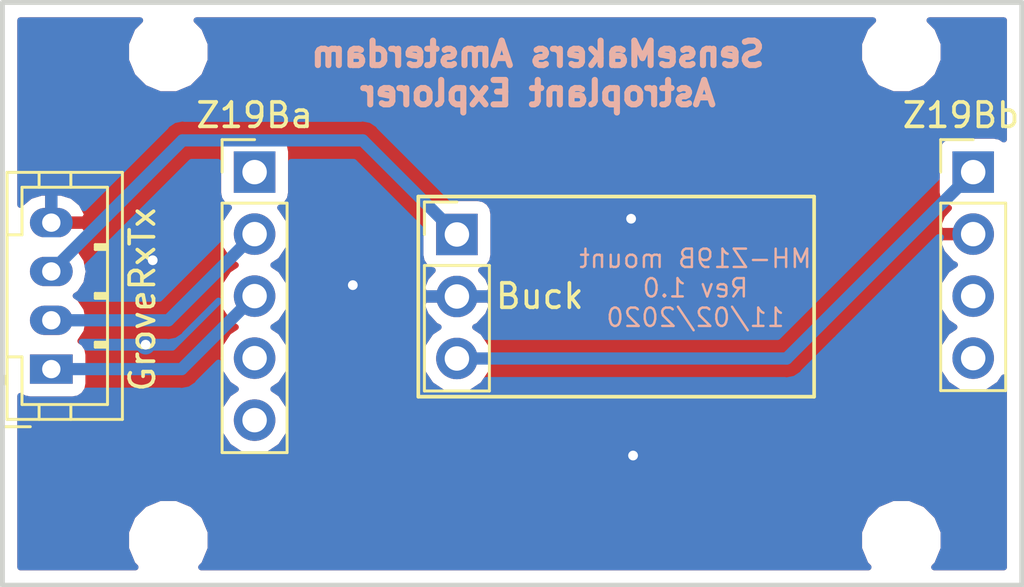
<source format=kicad_pcb>
(kicad_pcb (version 20171130) (host pcbnew "(5.0.0)")

  (general
    (thickness 1.6)
    (drawings 10)
    (tracks 16)
    (zones 0)
    (modules 8)
    (nets 6)
  )

  (page A4)
  (title_block
    (title "MH-Z19B mount")
    (date 2020-02-11)
    (rev 1.0)
    (company "SenseMakers Amsterdam")
    (comment 1 "Author: Gijs Mos")
    (comment 4 sensemakersams.org)
  )

  (layers
    (0 F.Cu signal hide)
    (31 B.Cu signal)
    (32 B.Adhes user hide)
    (33 F.Adhes user hide)
    (34 B.Paste user hide)
    (35 F.Paste user hide)
    (36 B.SilkS user hide)
    (37 F.SilkS user)
    (38 B.Mask user)
    (39 F.Mask user)
    (40 Dwgs.User user hide)
    (41 Cmts.User user hide)
    (42 Eco1.User user hide)
    (43 Eco2.User user hide)
    (44 Edge.Cuts user)
    (45 Margin user hide)
    (46 B.CrtYd user hide)
    (47 F.CrtYd user hide)
    (48 B.Fab user hide)
    (49 F.Fab user hide)
  )

  (setup
    (last_trace_width 0.25)
    (trace_clearance 0.2)
    (zone_clearance 0.508)
    (zone_45_only no)
    (trace_min 0.2)
    (segment_width 0.15)
    (edge_width 0.15)
    (via_size 0.8)
    (via_drill 0.4)
    (via_min_size 0.4)
    (via_min_drill 0.3)
    (uvia_size 0.3)
    (uvia_drill 0.1)
    (uvias_allowed no)
    (uvia_min_size 0.2)
    (uvia_min_drill 0.1)
    (pcb_text_width 0.3)
    (pcb_text_size 1.5 1.5)
    (mod_edge_width 0.15)
    (mod_text_size 1 1)
    (mod_text_width 0.15)
    (pad_size 1.2 1.75)
    (pad_drill 0.75)
    (pad_to_mask_clearance 0.2)
    (aux_axis_origin 0 0)
    (visible_elements 7FFFFFFF)
    (pcbplotparams
      (layerselection 0x010f0_ffffffff)
      (usegerberextensions false)
      (usegerberattributes false)
      (usegerberadvancedattributes false)
      (creategerberjobfile false)
      (excludeedgelayer true)
      (linewidth 0.200000)
      (plotframeref false)
      (viasonmask false)
      (mode 1)
      (useauxorigin false)
      (hpglpennumber 1)
      (hpglpenspeed 20)
      (hpglpendiameter 15.000000)
      (psnegative false)
      (psa4output false)
      (plotreference true)
      (plotvalue true)
      (plotinvisibletext false)
      (padsonsilk false)
      (subtractmaskfromsilk false)
      (outputformat 1)
      (mirror false)
      (drillshape 0)
      (scaleselection 1)
      (outputdirectory "gerber_Z19B_1.0/"))
  )

  (net 0 "")
  (net 1 /V3.3)
  (net 2 /Gnd)
  (net 3 /V5)
  (net 4 /RxTx)
  (net 5 /TxRx)

  (net_class Default "This is the default net class."
    (clearance 0.2)
    (trace_width 0.25)
    (via_dia 0.8)
    (via_drill 0.4)
    (uvia_dia 0.3)
    (uvia_drill 0.1)
    (add_net /Gnd)
    (add_net /RxTx)
    (add_net /TxRx)
    (add_net /V3.3)
    (add_net /V5)
  )

  (module Connector_PinHeader_2.54mm:PinHeader_1x03_P2.54mm_Vertical locked (layer F.Cu) (tedit 5E41EBEB) (tstamp 5E4E2D1C)
    (at 134.88 71.855)
    (descr "Through hole straight pin header, 1x03, 2.54mm pitch, single row")
    (tags "Through hole pin header THT 1x03 2.54mm single row")
    (path /5E41D57E)
    (fp_text reference Buck (at 3.39 2.525) (layer F.SilkS)
      (effects (font (size 1 1) (thickness 0.15)))
    )
    (fp_text value Buck (at 0.12 -2.63) (layer F.Fab)
      (effects (font (size 1 1) (thickness 0.15)))
    )
    (fp_line (start -0.635 -1.27) (end 1.27 -1.27) (layer F.Fab) (width 0.1))
    (fp_line (start 1.27 -1.27) (end 1.27 6.35) (layer F.Fab) (width 0.1))
    (fp_line (start 1.27 6.35) (end -1.27 6.35) (layer F.Fab) (width 0.1))
    (fp_line (start -1.27 6.35) (end -1.27 -0.635) (layer F.Fab) (width 0.1))
    (fp_line (start -1.27 -0.635) (end -0.635 -1.27) (layer F.Fab) (width 0.1))
    (fp_line (start -1.33 6.41) (end 1.33 6.41) (layer F.SilkS) (width 0.12))
    (fp_line (start -1.33 1.27) (end -1.33 6.41) (layer F.SilkS) (width 0.12))
    (fp_line (start 1.33 1.27) (end 1.33 6.41) (layer F.SilkS) (width 0.12))
    (fp_line (start -1.33 1.27) (end 1.33 1.27) (layer F.SilkS) (width 0.12))
    (fp_line (start -1.33 0) (end -1.33 -1.33) (layer F.SilkS) (width 0.12))
    (fp_line (start -1.33 -1.33) (end 0 -1.33) (layer F.SilkS) (width 0.12))
    (fp_line (start -1.8 -1.8) (end -1.8 6.85) (layer F.CrtYd) (width 0.05))
    (fp_line (start -1.8 6.85) (end 1.8 6.85) (layer F.CrtYd) (width 0.05))
    (fp_line (start 1.8 6.85) (end 1.8 -1.8) (layer F.CrtYd) (width 0.05))
    (fp_line (start 1.8 -1.8) (end -1.8 -1.8) (layer F.CrtYd) (width 0.05))
    (fp_text user %R (at 2.17 2.155 90) (layer F.Fab)
      (effects (font (size 1 1) (thickness 0.15)))
    )
    (pad 1 thru_hole rect (at 0 0) (size 1.7 1.7) (drill 1) (layers *.Cu *.Mask)
      (net 1 /V3.3))
    (pad 2 thru_hole oval (at 0 2.54) (size 1.7 1.7) (drill 1) (layers *.Cu *.Mask)
      (net 2 /Gnd))
    (pad 3 thru_hole oval (at 0 5.08) (size 1.7 1.7) (drill 1) (layers *.Cu *.Mask)
      (net 3 /V5))
    (model ${KISYS3DMOD}/Connector_PinHeader_2.54mm.3dshapes/PinHeader_1x03_P2.54mm_Vertical.wrl
      (at (xyz 0 0 0))
      (scale (xyz 1 1 1))
      (rotate (xyz 0 0 0))
    )
  )

  (module Connector_PinHeader_2.54mm:PinHeader_1x05_P2.54mm_Vertical locked (layer F.Cu) (tedit 5E41EBA9) (tstamp 5E4E2426)
    (at 126.6 69.3)
    (descr "Through hole straight pin header, 1x05, 2.54mm pitch, single row")
    (tags "Through hole pin header THT 1x05 2.54mm single row")
    (path /5E41D6C0)
    (fp_text reference Z19Ba (at 0 -2.33) (layer F.SilkS)
      (effects (font (size 1 1) (thickness 0.15)))
    )
    (fp_text value Z19B-C1 (at 5.65 11.38) (layer F.Fab)
      (effects (font (size 1 1) (thickness 0.15)))
    )
    (fp_line (start -0.635 -1.27) (end 1.27 -1.27) (layer F.Fab) (width 0.1))
    (fp_line (start 1.27 -1.27) (end 1.27 11.43) (layer F.Fab) (width 0.1))
    (fp_line (start 1.27 11.43) (end -1.27 11.43) (layer F.Fab) (width 0.1))
    (fp_line (start -1.27 11.43) (end -1.27 -0.635) (layer F.Fab) (width 0.1))
    (fp_line (start -1.27 -0.635) (end -0.635 -1.27) (layer F.Fab) (width 0.1))
    (fp_line (start -1.33 11.49) (end 1.33 11.49) (layer F.SilkS) (width 0.12))
    (fp_line (start -1.33 1.27) (end -1.33 11.49) (layer F.SilkS) (width 0.12))
    (fp_line (start 1.33 1.27) (end 1.33 11.49) (layer F.SilkS) (width 0.12))
    (fp_line (start -1.33 1.27) (end 1.33 1.27) (layer F.SilkS) (width 0.12))
    (fp_line (start -1.33 0) (end -1.33 -1.33) (layer F.SilkS) (width 0.12))
    (fp_line (start -1.33 -1.33) (end 0 -1.33) (layer F.SilkS) (width 0.12))
    (fp_line (start -1.8 -1.8) (end -1.8 11.95) (layer F.CrtYd) (width 0.05))
    (fp_line (start -1.8 11.95) (end 1.8 11.95) (layer F.CrtYd) (width 0.05))
    (fp_line (start 1.8 11.95) (end 1.8 -1.8) (layer F.CrtYd) (width 0.05))
    (fp_line (start 1.8 -1.8) (end -1.8 -1.8) (layer F.CrtYd) (width 0.05))
    (fp_text user %R (at 0 5.08 90) (layer F.Fab)
      (effects (font (size 1 1) (thickness 0.15)))
    )
    (pad 1 thru_hole rect (at 0 0) (size 1.7 1.7) (drill 1) (layers *.Cu *.Mask))
    (pad 2 thru_hole oval (at 0 2.54) (size 1.7 1.7) (drill 1) (layers *.Cu *.Mask)
      (net 4 /RxTx))
    (pad 3 thru_hole oval (at 0 5.08) (size 1.7 1.7) (drill 1) (layers *.Cu *.Mask)
      (net 5 /TxRx))
    (pad 4 thru_hole oval (at 0 7.62) (size 1.7 1.7) (drill 1) (layers *.Cu *.Mask))
    (pad 5 thru_hole oval (at 0 10.16) (size 1.7 1.7) (drill 1) (layers *.Cu *.Mask))
    (model ${KISYS3DMOD}/Connector_PinHeader_2.54mm.3dshapes/PinHeader_1x05_P2.54mm_Vertical.wrl
      (at (xyz 0 0 0))
      (scale (xyz 1 1 1))
      (rotate (xyz 0 0 0))
    )
  )

  (module Connector_JST:JST_PH_B4B-PH-K_1x04_P2.00mm_Vertical (layer F.Cu) (tedit 5E41EB7A) (tstamp 5E4E245A)
    (at 118.28 77.37 90)
    (descr "JST PH series connector, B4B-PH-K (http://www.jst-mfg.com/product/pdf/eng/ePH.pdf), generated with kicad-footprint-generator")
    (tags "connector JST PH side entry")
    (path /5E41D81D)
    (fp_text reference GroveRxTx (at 2.85 3.73 270) (layer F.SilkS)
      (effects (font (size 1 1) (thickness 0.15)))
    )
    (fp_text value GroveSer (at 9.06 1.73 180) (layer F.Fab)
      (effects (font (size 1 1) (thickness 0.15)))
    )
    (fp_line (start -2.06 -1.81) (end -2.06 2.91) (layer F.SilkS) (width 0.12))
    (fp_line (start -2.06 2.91) (end 8.06 2.91) (layer F.SilkS) (width 0.12))
    (fp_line (start 8.06 2.91) (end 8.06 -1.81) (layer F.SilkS) (width 0.12))
    (fp_line (start 8.06 -1.81) (end -2.06 -1.81) (layer F.SilkS) (width 0.12))
    (fp_line (start -0.3 -1.81) (end -0.3 -2.01) (layer F.SilkS) (width 0.12))
    (fp_line (start -0.3 -2.01) (end -0.6 -2.01) (layer F.SilkS) (width 0.12))
    (fp_line (start -0.6 -2.01) (end -0.6 -1.81) (layer F.SilkS) (width 0.12))
    (fp_line (start -0.3 -1.91) (end -0.6 -1.91) (layer F.SilkS) (width 0.12))
    (fp_line (start 0.5 -1.81) (end 0.5 -1.2) (layer F.SilkS) (width 0.12))
    (fp_line (start 0.5 -1.2) (end -1.45 -1.2) (layer F.SilkS) (width 0.12))
    (fp_line (start -1.45 -1.2) (end -1.45 2.3) (layer F.SilkS) (width 0.12))
    (fp_line (start -1.45 2.3) (end 7.45 2.3) (layer F.SilkS) (width 0.12))
    (fp_line (start 7.45 2.3) (end 7.45 -1.2) (layer F.SilkS) (width 0.12))
    (fp_line (start 7.45 -1.2) (end 5.5 -1.2) (layer F.SilkS) (width 0.12))
    (fp_line (start 5.5 -1.2) (end 5.5 -1.81) (layer F.SilkS) (width 0.12))
    (fp_line (start -2.06 -0.5) (end -1.45 -0.5) (layer F.SilkS) (width 0.12))
    (fp_line (start -2.06 0.8) (end -1.45 0.8) (layer F.SilkS) (width 0.12))
    (fp_line (start 8.06 -0.5) (end 7.45 -0.5) (layer F.SilkS) (width 0.12))
    (fp_line (start 8.06 0.8) (end 7.45 0.8) (layer F.SilkS) (width 0.12))
    (fp_line (start 0.9 2.3) (end 0.9 1.8) (layer F.SilkS) (width 0.12))
    (fp_line (start 0.9 1.8) (end 1.1 1.8) (layer F.SilkS) (width 0.12))
    (fp_line (start 1.1 1.8) (end 1.1 2.3) (layer F.SilkS) (width 0.12))
    (fp_line (start 1 2.3) (end 1 1.8) (layer F.SilkS) (width 0.12))
    (fp_line (start 2.9 2.3) (end 2.9 1.8) (layer F.SilkS) (width 0.12))
    (fp_line (start 2.9 1.8) (end 3.1 1.8) (layer F.SilkS) (width 0.12))
    (fp_line (start 3.1 1.8) (end 3.1 2.3) (layer F.SilkS) (width 0.12))
    (fp_line (start 3 2.3) (end 3 1.8) (layer F.SilkS) (width 0.12))
    (fp_line (start 4.9 2.3) (end 4.9 1.8) (layer F.SilkS) (width 0.12))
    (fp_line (start 4.9 1.8) (end 5.1 1.8) (layer F.SilkS) (width 0.12))
    (fp_line (start 5.1 1.8) (end 5.1 2.3) (layer F.SilkS) (width 0.12))
    (fp_line (start 5 2.3) (end 5 1.8) (layer F.SilkS) (width 0.12))
    (fp_line (start -1.11 -2.11) (end -2.36 -2.11) (layer F.SilkS) (width 0.12))
    (fp_line (start -2.36 -2.11) (end -2.36 -0.86) (layer F.SilkS) (width 0.12))
    (fp_line (start -1.11 -2.11) (end -2.36 -2.11) (layer F.Fab) (width 0.1))
    (fp_line (start -2.36 -2.11) (end -2.36 -0.86) (layer F.Fab) (width 0.1))
    (fp_line (start -1.95 -1.7) (end -1.95 2.8) (layer F.Fab) (width 0.1))
    (fp_line (start -1.95 2.8) (end 7.95 2.8) (layer F.Fab) (width 0.1))
    (fp_line (start 7.95 2.8) (end 7.95 -1.7) (layer F.Fab) (width 0.1))
    (fp_line (start 7.95 -1.7) (end -1.95 -1.7) (layer F.Fab) (width 0.1))
    (fp_line (start -2.45 -2.2) (end -2.45 3.3) (layer F.CrtYd) (width 0.05))
    (fp_line (start -2.45 3.3) (end 8.45 3.3) (layer F.CrtYd) (width 0.05))
    (fp_line (start 8.45 3.3) (end 8.45 -2.2) (layer F.CrtYd) (width 0.05))
    (fp_line (start 8.45 -2.2) (end -2.45 -2.2) (layer F.CrtYd) (width 0.05))
    (fp_text user %R (at 3.2 3.95 90) (layer F.Fab)
      (effects (font (size 1 1) (thickness 0.15)))
    )
    (pad 1 thru_hole rect (at 0 0 90) (size 1.2 1.75) (drill 0.75) (layers *.Cu *.Mask)
      (net 5 /TxRx))
    (pad 2 thru_hole oval (at 2 0 90) (size 1.2 1.75) (drill 0.75) (layers *.Cu *.Mask)
      (net 4 /RxTx))
    (pad 3 thru_hole oval (at 4 0 90) (size 1.2 1.75) (drill 0.75) (layers *.Cu *.Mask)
      (net 1 /V3.3))
    (pad 4 thru_hole oval (at 6 0 90) (size 1.2 1.75) (drill 0.75) (layers *.Cu *.Mask)
      (net 2 /Gnd))
    (model ${KISYS3DMOD}/Connector_JST.3dshapes/JST_PH_B4B-PH-K_1x04_P2.00mm_Vertical.wrl
      (at (xyz 0 0 0))
      (scale (xyz 1 1 1))
      (rotate (xyz 0 0 0))
    )
  )

  (module Connector_PinHeader_2.54mm:PinHeader_1x04_P2.54mm_Vertical locked (layer F.Cu) (tedit 5E41EBB3) (tstamp 5E4E29C3)
    (at 156.01 69.3)
    (descr "Through hole straight pin header, 1x04, 2.54mm pitch, single row")
    (tags "Through hole pin header THT 1x04 2.54mm single row")
    (path /5E41D3FB)
    (fp_text reference Z19Bb (at -0.5 -2.33) (layer F.SilkS)
      (effects (font (size 1 1) (thickness 0.15)))
    )
    (fp_text value Z19B-C2 (at -5.42 -1.02) (layer F.Fab)
      (effects (font (size 1 1) (thickness 0.15)))
    )
    (fp_line (start -0.635 -1.27) (end 1.27 -1.27) (layer F.Fab) (width 0.1))
    (fp_line (start 1.27 -1.27) (end 1.27 8.89) (layer F.Fab) (width 0.1))
    (fp_line (start 1.27 8.89) (end -1.27 8.89) (layer F.Fab) (width 0.1))
    (fp_line (start -1.27 8.89) (end -1.27 -0.635) (layer F.Fab) (width 0.1))
    (fp_line (start -1.27 -0.635) (end -0.635 -1.27) (layer F.Fab) (width 0.1))
    (fp_line (start -1.33 8.95) (end 1.33 8.95) (layer F.SilkS) (width 0.12))
    (fp_line (start -1.33 1.27) (end -1.33 8.95) (layer F.SilkS) (width 0.12))
    (fp_line (start 1.33 1.27) (end 1.33 8.95) (layer F.SilkS) (width 0.12))
    (fp_line (start -1.33 1.27) (end 1.33 1.27) (layer F.SilkS) (width 0.12))
    (fp_line (start -1.33 0) (end -1.33 -1.33) (layer F.SilkS) (width 0.12))
    (fp_line (start -1.33 -1.33) (end 0 -1.33) (layer F.SilkS) (width 0.12))
    (fp_line (start -1.8 -1.8) (end -1.8 9.4) (layer F.CrtYd) (width 0.05))
    (fp_line (start -1.8 9.4) (end 1.8 9.4) (layer F.CrtYd) (width 0.05))
    (fp_line (start 1.8 9.4) (end 1.8 -1.8) (layer F.CrtYd) (width 0.05))
    (fp_line (start 1.8 -1.8) (end -1.8 -1.8) (layer F.CrtYd) (width 0.05))
    (fp_text user %R (at 0 3.81 90) (layer F.Fab)
      (effects (font (size 1 1) (thickness 0.15)))
    )
    (pad 1 thru_hole rect (at 0 0) (size 1.7 1.7) (drill 1) (layers *.Cu *.Mask)
      (net 3 /V5))
    (pad 2 thru_hole oval (at 0 2.54) (size 1.7 1.7) (drill 1) (layers *.Cu *.Mask)
      (net 2 /Gnd))
    (pad 3 thru_hole oval (at 0 5.08) (size 1.7 1.7) (drill 1) (layers *.Cu *.Mask))
    (pad 4 thru_hole oval (at 0 7.62) (size 1.7 1.7) (drill 1) (layers *.Cu *.Mask))
    (model ${KISYS3DMOD}/Connector_PinHeader_2.54mm.3dshapes/PinHeader_1x04_P2.54mm_Vertical.wrl
      (at (xyz 0 0 0))
      (scale (xyz 1 1 1))
      (rotate (xyz 0 0 0))
    )
  )

  (module MountingHole:MountingHole_2.2mm_M2 locked (layer F.Cu) (tedit 5E41EECC) (tstamp 5E4E247A)
    (at 153.05 84.22)
    (descr "Mounting Hole 2.2mm, no annular, M2")
    (tags "mounting hole 2.2mm no annular m2")
    (path /5E41CE43)
    (attr virtual)
    (fp_text reference MH1 (at -3.12 -0.93) (layer F.SilkS) hide
      (effects (font (size 1 1) (thickness 0.15)))
    )
    (fp_text value MountingHole (at 0 3.2) (layer F.Fab)
      (effects (font (size 1 1) (thickness 0.15)))
    )
    (fp_text user %R (at 0.3 0) (layer F.Fab) hide
      (effects (font (size 1 1) (thickness 0.15)))
    )
    (fp_circle (center 0 0) (end 2.2 0) (layer Cmts.User) (width 0.15))
    (fp_circle (center 0 0) (end 2.45 0) (layer F.CrtYd) (width 0.05))
    (pad "" np_thru_hole circle (at 0.02 0.16) (size 2.2 2.2) (drill 2.2) (layers *.Cu *.Mask))
  )

  (module MountingHole:MountingHole_2.2mm_M2 locked (layer F.Cu) (tedit 5E41EEB2) (tstamp 5E4E2482)
    (at 153.01 64.35)
    (descr "Mounting Hole 2.2mm, no annular, M2")
    (tags "mounting hole 2.2mm no annular m2")
    (path /5E41D011)
    (attr virtual)
    (fp_text reference MH2 (at -3.15 1.06) (layer F.SilkS) hide
      (effects (font (size 1 1) (thickness 0.15)))
    )
    (fp_text value MountingHole (at 0.02 -2.9) (layer F.Fab)
      (effects (font (size 1 1) (thickness 0.15)))
    )
    (fp_circle (center 0 0) (end 2.45 0) (layer F.CrtYd) (width 0.05))
    (fp_circle (center 0 0) (end 2.2 0) (layer Cmts.User) (width 0.15))
    (fp_text user %R (at 0.3 0) (layer F.Fab) hide
      (effects (font (size 1 1) (thickness 0.15)))
    )
    (pad "" np_thru_hole circle (at 0.06 0.03) (size 2.2 2.2) (drill 2.2) (layers *.Cu *.Mask))
  )

  (module MountingHole:MountingHole_2.2mm_M2 locked (layer F.Cu) (tedit 5E41EEC6) (tstamp 5E4E248A)
    (at 123.11 84.37)
    (descr "Mounting Hole 2.2mm, no annular, M2")
    (tags "mounting hole 2.2mm no annular m2")
    (path /5E41D0DF)
    (attr virtual)
    (fp_text reference MH3 (at 2.93 -1.01) (layer F.SilkS) hide
      (effects (font (size 1 1) (thickness 0.15)))
    )
    (fp_text value MountingHole (at 0 3.2) (layer F.Fab)
      (effects (font (size 1 1) (thickness 0.15)))
    )
    (fp_text user %R (at 0.3 0) (layer F.Fab) hide
      (effects (font (size 1 1) (thickness 0.15)))
    )
    (fp_circle (center 0 0) (end 2.2 0) (layer Cmts.User) (width 0.15))
    (fp_circle (center 0 0) (end 2.45 0) (layer F.CrtYd) (width 0.05))
    (pad "" np_thru_hole circle (at -0.04 0.01) (size 2.2 2.2) (drill 2.2) (layers *.Cu *.Mask))
  )

  (module MountingHole:MountingHole_2.2mm_M2 locked (layer F.Cu) (tedit 5E41EEBB) (tstamp 5E4E2492)
    (at 123.05 64.35)
    (descr "Mounting Hole 2.2mm, no annular, M2")
    (tags "mounting hole 2.2mm no annular m2")
    (path /5E41D1C3)
    (attr virtual)
    (fp_text reference MH4 (at 3.35 0.99) (layer F.SilkS) hide
      (effects (font (size 1 1) (thickness 0.15)))
    )
    (fp_text value MountingHole (at -0.02 -3.03) (layer F.Fab)
      (effects (font (size 1 1) (thickness 0.15)))
    )
    (fp_circle (center 0 0) (end 2.45 0) (layer F.CrtYd) (width 0.05))
    (fp_circle (center 0 0) (end 2.2 0) (layer Cmts.User) (width 0.15))
    (fp_text user %R (at 0.3 0) (layer F.Fab) hide
      (effects (font (size 1 1) (thickness 0.15)))
    )
    (pad "" np_thru_hole circle (at 0.02 0.03) (size 2.2 2.2) (drill 2.2) (layers *.Cu *.Mask))
  )

  (gr_line (start 149.5 78.5) (end 133.3 78.5) (layer F.SilkS) (width 0.15))
  (gr_line (start 149.5 70.3) (end 149.5 78.5) (layer F.SilkS) (width 0.15))
  (gr_line (start 133.3 70.3) (end 149.5 70.3) (layer F.SilkS) (width 0.15))
  (gr_line (start 133.3 78.5) (end 133.3 70.3) (layer F.SilkS) (width 0.15))
  (gr_text "MH-Z19B mount\nRev 1.0\n11/02/2020" (at 144.64 74.05) (layer B.SilkS)
    (effects (font (size 0.75 0.75) (thickness 0.1)) (justify mirror))
  )
  (gr_text "SenseMakers Amsterdam\nAstroplant Explorer" (at 138.19 65.27) (layer B.SilkS)
    (effects (font (size 1 1) (thickness 0.25)) (justify mirror))
  )
  (gr_line (start 116.28 86.22) (end 158 86.22) (layer Edge.Cuts) (width 0.2) (tstamp 5E4E2D88))
  (gr_line (start 116.28 86.22) (end 116.28 62.42) (layer Edge.Cuts) (width 0.2))
  (gr_line (start 158 62.35) (end 158 86.22) (layer Edge.Cuts) (width 0.2))
  (gr_line (start 116.28 62.35) (end 158 62.35) (layer Edge.Cuts) (width 0.2))

  (segment (start 131.024999 67.999999) (end 134.88 71.855) (width 0.5) (layer B.Cu) (net 1))
  (segment (start 123.650001 67.999999) (end 131.024999 67.999999) (width 0.5) (layer B.Cu) (net 1))
  (segment (start 118.28 73.37) (end 123.650001 67.999999) (width 0.5) (layer B.Cu) (net 1))
  (via (at 122.43 72.91) (size 0.8) (drill 0.4) (layers F.Cu B.Cu) (net 2))
  (via (at 142.01 71.21) (size 0.8) (drill 0.4) (layers F.Cu B.Cu) (net 2))
  (via (at 142.09 80.91) (size 0.8) (drill 0.4) (layers F.Cu B.Cu) (net 2))
  (via (at 130.62 73.93) (size 0.8) (drill 0.4) (layers F.Cu B.Cu) (net 2))
  (via (at 122.14 76.37) (size 0.8) (drill 0.4) (layers F.Cu B.Cu) (net 2))
  (segment (start 149.9 75.58) (end 149.88 75.6) (width 0.25) (layer B.Cu) (net 3))
  (segment (start 149.9 75.54) (end 149.9 75.58) (width 0.25) (layer B.Cu) (net 3))
  (segment (start 148.375 76.935) (end 156.01 69.3) (width 0.5) (layer B.Cu) (net 3))
  (segment (start 134.88 76.935) (end 148.375 76.935) (width 0.5) (layer B.Cu) (net 3))
  (segment (start 123.07 75.37) (end 126.6 71.84) (width 0.5) (layer B.Cu) (net 4))
  (segment (start 118.28 75.37) (end 123.07 75.37) (width 0.5) (layer B.Cu) (net 4))
  (segment (start 123.61 77.37) (end 126.6 74.38) (width 0.5) (layer B.Cu) (net 5))
  (segment (start 118.28 77.37) (end 123.61 77.37) (width 0.5) (layer B.Cu) (net 5))

  (zone (net 2) (net_name /Gnd) (layer F.Cu) (tstamp 5E41F8FC) (hatch edge 0.508)
    (connect_pads (clearance 0.508))
    (min_thickness 0.254)
    (fill yes (arc_segments 16) (thermal_gap 0.508) (thermal_bridge_width 0.508))
    (polygon
      (pts
        (xy 116.36 62.46) (xy 157.9 62.46) (xy 157.88 86.13) (xy 116.4 86.17) (xy 116.42 86.17)
      )
    )
    (filled_polygon
      (pts
        (xy 121.599138 63.397201) (xy 121.335 64.034887) (xy 121.335 64.725113) (xy 121.599138 65.362799) (xy 122.087201 65.850862)
        (xy 122.724887 66.115) (xy 123.415113 66.115) (xy 124.052799 65.850862) (xy 124.540862 65.362799) (xy 124.805 64.725113)
        (xy 124.805 64.034887) (xy 124.540862 63.397201) (xy 124.228661 63.085) (xy 151.911339 63.085) (xy 151.599138 63.397201)
        (xy 151.335 64.034887) (xy 151.335 64.725113) (xy 151.599138 65.362799) (xy 152.087201 65.850862) (xy 152.724887 66.115)
        (xy 153.415113 66.115) (xy 154.052799 65.850862) (xy 154.540862 65.362799) (xy 154.805 64.725113) (xy 154.805 64.034887)
        (xy 154.540862 63.397201) (xy 154.228661 63.085) (xy 157.265 63.085) (xy 157.265 67.956905) (xy 157.107765 67.851843)
        (xy 156.86 67.80256) (xy 155.16 67.80256) (xy 154.912235 67.851843) (xy 154.702191 67.992191) (xy 154.561843 68.202235)
        (xy 154.51256 68.45) (xy 154.51256 70.15) (xy 154.561843 70.397765) (xy 154.702191 70.607809) (xy 154.912235 70.748157)
        (xy 155.015708 70.768739) (xy 154.738355 71.073076) (xy 154.568524 71.48311) (xy 154.689845 71.713) (xy 155.883 71.713)
        (xy 155.883 71.693) (xy 156.137 71.693) (xy 156.137 71.713) (xy 156.157 71.713) (xy 156.157 71.967)
        (xy 156.137 71.967) (xy 156.137 71.987) (xy 155.883 71.987) (xy 155.883 71.967) (xy 154.689845 71.967)
        (xy 154.568524 72.19689) (xy 154.738355 72.606924) (xy 155.128642 73.035183) (xy 155.258478 73.096157) (xy 154.939375 73.309375)
        (xy 154.611161 73.800582) (xy 154.495908 74.38) (xy 154.611161 74.959418) (xy 154.939375 75.450625) (xy 155.237761 75.65)
        (xy 154.939375 75.849375) (xy 154.611161 76.340582) (xy 154.495908 76.92) (xy 154.611161 77.499418) (xy 154.939375 77.990625)
        (xy 155.430582 78.318839) (xy 155.863744 78.405) (xy 156.156256 78.405) (xy 156.589418 78.318839) (xy 157.080625 77.990625)
        (xy 157.265001 77.714687) (xy 157.265001 85.485) (xy 154.418661 85.485) (xy 154.540862 85.362799) (xy 154.805 84.725113)
        (xy 154.805 84.034887) (xy 154.540862 83.397201) (xy 154.052799 82.909138) (xy 153.415113 82.645) (xy 152.724887 82.645)
        (xy 152.087201 82.909138) (xy 151.599138 83.397201) (xy 151.335 84.034887) (xy 151.335 84.725113) (xy 151.599138 85.362799)
        (xy 151.721339 85.485) (xy 124.418661 85.485) (xy 124.540862 85.362799) (xy 124.805 84.725113) (xy 124.805 84.034887)
        (xy 124.540862 83.397201) (xy 124.052799 82.909138) (xy 123.415113 82.645) (xy 122.724887 82.645) (xy 122.087201 82.909138)
        (xy 121.599138 83.397201) (xy 121.335 84.034887) (xy 121.335 84.725113) (xy 121.599138 85.362799) (xy 121.721339 85.485)
        (xy 117.015 85.485) (xy 117.015 78.473118) (xy 117.157235 78.568157) (xy 117.405 78.61744) (xy 119.155 78.61744)
        (xy 119.402765 78.568157) (xy 119.612809 78.427809) (xy 119.753157 78.217765) (xy 119.80244 77.97) (xy 119.80244 76.77)
        (xy 119.753157 76.522235) (xy 119.612809 76.312191) (xy 119.473131 76.21886) (xy 119.718344 75.851873) (xy 119.814195 75.37)
        (xy 119.718344 74.888127) (xy 119.445385 74.479615) (xy 119.281335 74.37) (xy 119.445385 74.260385) (xy 119.718344 73.851873)
        (xy 119.814195 73.37) (xy 119.718344 72.888127) (xy 119.445385 72.479615) (xy 119.267615 72.360833) (xy 119.51808 72.153474)
        (xy 119.683906 71.84) (xy 125.085908 71.84) (xy 125.201161 72.419418) (xy 125.529375 72.910625) (xy 125.827761 73.11)
        (xy 125.529375 73.309375) (xy 125.201161 73.800582) (xy 125.085908 74.38) (xy 125.201161 74.959418) (xy 125.529375 75.450625)
        (xy 125.827761 75.65) (xy 125.529375 75.849375) (xy 125.201161 76.340582) (xy 125.085908 76.92) (xy 125.201161 77.499418)
        (xy 125.529375 77.990625) (xy 125.827761 78.19) (xy 125.529375 78.389375) (xy 125.201161 78.880582) (xy 125.085908 79.46)
        (xy 125.201161 80.039418) (xy 125.529375 80.530625) (xy 126.020582 80.858839) (xy 126.453744 80.945) (xy 126.746256 80.945)
        (xy 127.179418 80.858839) (xy 127.670625 80.530625) (xy 127.998839 80.039418) (xy 128.114092 79.46) (xy 127.998839 78.880582)
        (xy 127.670625 78.389375) (xy 127.372239 78.19) (xy 127.670625 77.990625) (xy 127.998839 77.499418) (xy 128.111108 76.935)
        (xy 133.365908 76.935) (xy 133.481161 77.514418) (xy 133.809375 78.005625) (xy 134.300582 78.333839) (xy 134.733744 78.42)
        (xy 135.026256 78.42) (xy 135.459418 78.333839) (xy 135.950625 78.005625) (xy 136.278839 77.514418) (xy 136.394092 76.935)
        (xy 136.278839 76.355582) (xy 135.950625 75.864375) (xy 135.631522 75.651157) (xy 135.761358 75.590183) (xy 136.151645 75.161924)
        (xy 136.321476 74.75189) (xy 136.200155 74.522) (xy 135.007 74.522) (xy 135.007 74.542) (xy 134.753 74.542)
        (xy 134.753 74.522) (xy 133.559845 74.522) (xy 133.438524 74.75189) (xy 133.608355 75.161924) (xy 133.998642 75.590183)
        (xy 134.128478 75.651157) (xy 133.809375 75.864375) (xy 133.481161 76.355582) (xy 133.365908 76.935) (xy 128.111108 76.935)
        (xy 128.114092 76.92) (xy 127.998839 76.340582) (xy 127.670625 75.849375) (xy 127.372239 75.65) (xy 127.670625 75.450625)
        (xy 127.998839 74.959418) (xy 128.114092 74.38) (xy 127.998839 73.800582) (xy 127.670625 73.309375) (xy 127.372239 73.11)
        (xy 127.670625 72.910625) (xy 127.998839 72.419418) (xy 128.114092 71.84) (xy 127.998839 71.260582) (xy 127.828065 71.005)
        (xy 133.38256 71.005) (xy 133.38256 72.705) (xy 133.431843 72.952765) (xy 133.572191 73.162809) (xy 133.782235 73.303157)
        (xy 133.885708 73.323739) (xy 133.608355 73.628076) (xy 133.438524 74.03811) (xy 133.559845 74.268) (xy 134.753 74.268)
        (xy 134.753 74.248) (xy 135.007 74.248) (xy 135.007 74.268) (xy 136.200155 74.268) (xy 136.321476 74.03811)
        (xy 136.151645 73.628076) (xy 135.874292 73.323739) (xy 135.977765 73.303157) (xy 136.187809 73.162809) (xy 136.328157 72.952765)
        (xy 136.37744 72.705) (xy 136.37744 71.005) (xy 136.328157 70.757235) (xy 136.187809 70.547191) (xy 135.977765 70.406843)
        (xy 135.73 70.35756) (xy 134.03 70.35756) (xy 133.782235 70.406843) (xy 133.572191 70.547191) (xy 133.431843 70.757235)
        (xy 133.38256 71.005) (xy 127.828065 71.005) (xy 127.670625 70.769375) (xy 127.652381 70.757184) (xy 127.697765 70.748157)
        (xy 127.907809 70.607809) (xy 128.048157 70.397765) (xy 128.09744 70.15) (xy 128.09744 68.45) (xy 128.048157 68.202235)
        (xy 127.907809 67.992191) (xy 127.697765 67.851843) (xy 127.45 67.80256) (xy 125.75 67.80256) (xy 125.502235 67.851843)
        (xy 125.292191 67.992191) (xy 125.151843 68.202235) (xy 125.10256 68.45) (xy 125.10256 70.15) (xy 125.151843 70.397765)
        (xy 125.292191 70.607809) (xy 125.502235 70.748157) (xy 125.547619 70.757184) (xy 125.529375 70.769375) (xy 125.201161 71.260582)
        (xy 125.085908 71.84) (xy 119.683906 71.84) (xy 119.744592 71.725281) (xy 119.748462 71.687609) (xy 119.623731 71.497)
        (xy 118.407 71.497) (xy 118.407 71.517) (xy 118.153 71.517) (xy 118.153 71.497) (xy 118.133 71.497)
        (xy 118.133 71.243) (xy 118.153 71.243) (xy 118.153 70.135) (xy 118.407 70.135) (xy 118.407 71.243)
        (xy 119.623731 71.243) (xy 119.748462 71.052391) (xy 119.744592 71.014719) (xy 119.51808 70.586526) (xy 119.144947 70.27761)
        (xy 118.682 70.135) (xy 118.407 70.135) (xy 118.153 70.135) (xy 117.878 70.135) (xy 117.415053 70.27761)
        (xy 117.04192 70.586526) (xy 117.015 70.637415) (xy 117.015 63.085) (xy 121.911339 63.085)
      )
    )
  )
  (zone (net 2) (net_name /Gnd) (layer B.Cu) (tstamp 5E41F8F9) (hatch edge 0.508)
    (connect_pads (clearance 0.508))
    (min_thickness 0.254)
    (fill yes (arc_segments 16) (thermal_gap 0.508) (thermal_bridge_width 0.508))
    (polygon
      (pts
        (xy 116.4 86.13) (xy 116.38 62.48) (xy 157.91 62.48) (xy 157.91 86.14)
      )
    )
    (filled_polygon
      (pts
        (xy 121.599138 63.397201) (xy 121.335 64.034887) (xy 121.335 64.725113) (xy 121.599138 65.362799) (xy 122.087201 65.850862)
        (xy 122.724887 66.115) (xy 123.415113 66.115) (xy 124.052799 65.850862) (xy 124.540862 65.362799) (xy 124.805 64.725113)
        (xy 124.805 64.034887) (xy 124.540862 63.397201) (xy 124.228661 63.085) (xy 151.911339 63.085) (xy 151.599138 63.397201)
        (xy 151.335 64.034887) (xy 151.335 64.725113) (xy 151.599138 65.362799) (xy 152.087201 65.850862) (xy 152.724887 66.115)
        (xy 153.415113 66.115) (xy 154.052799 65.850862) (xy 154.540862 65.362799) (xy 154.805 64.725113) (xy 154.805 64.034887)
        (xy 154.540862 63.397201) (xy 154.228661 63.085) (xy 157.265 63.085) (xy 157.265 67.956905) (xy 157.107765 67.851843)
        (xy 156.86 67.80256) (xy 155.16 67.80256) (xy 154.912235 67.851843) (xy 154.702191 67.992191) (xy 154.561843 68.202235)
        (xy 154.51256 68.45) (xy 154.51256 69.545861) (xy 148.008422 76.05) (xy 136.074656 76.05) (xy 135.950625 75.864375)
        (xy 135.631522 75.651157) (xy 135.761358 75.590183) (xy 136.151645 75.161924) (xy 136.321476 74.75189) (xy 136.200155 74.522)
        (xy 135.007 74.522) (xy 135.007 74.542) (xy 134.753 74.542) (xy 134.753 74.522) (xy 133.559845 74.522)
        (xy 133.438524 74.75189) (xy 133.608355 75.161924) (xy 133.998642 75.590183) (xy 134.128478 75.651157) (xy 133.809375 75.864375)
        (xy 133.481161 76.355582) (xy 133.365908 76.935) (xy 133.481161 77.514418) (xy 133.809375 78.005625) (xy 134.300582 78.333839)
        (xy 134.733744 78.42) (xy 135.026256 78.42) (xy 135.459418 78.333839) (xy 135.950625 78.005625) (xy 136.074656 77.82)
        (xy 148.287839 77.82) (xy 148.375 77.837337) (xy 148.462161 77.82) (xy 148.462165 77.82) (xy 148.72031 77.768652)
        (xy 149.013049 77.573049) (xy 149.062425 77.499153) (xy 150.404894 76.156684) (xy 150.447929 76.127929) (xy 150.476684 76.084895)
        (xy 154.594577 71.967002) (xy 154.689844 71.967002) (xy 154.568524 72.19689) (xy 154.738355 72.606924) (xy 155.128642 73.035183)
        (xy 155.258478 73.096157) (xy 154.939375 73.309375) (xy 154.611161 73.800582) (xy 154.495908 74.38) (xy 154.611161 74.959418)
        (xy 154.939375 75.450625) (xy 155.237761 75.65) (xy 154.939375 75.849375) (xy 154.611161 76.340582) (xy 154.495908 76.92)
        (xy 154.611161 77.499418) (xy 154.939375 77.990625) (xy 155.430582 78.318839) (xy 155.863744 78.405) (xy 156.156256 78.405)
        (xy 156.589418 78.318839) (xy 157.080625 77.990625) (xy 157.265001 77.714687) (xy 157.265001 85.485) (xy 154.418661 85.485)
        (xy 154.540862 85.362799) (xy 154.805 84.725113) (xy 154.805 84.034887) (xy 154.540862 83.397201) (xy 154.052799 82.909138)
        (xy 153.415113 82.645) (xy 152.724887 82.645) (xy 152.087201 82.909138) (xy 151.599138 83.397201) (xy 151.335 84.034887)
        (xy 151.335 84.725113) (xy 151.599138 85.362799) (xy 151.721339 85.485) (xy 124.418661 85.485) (xy 124.540862 85.362799)
        (xy 124.805 84.725113) (xy 124.805 84.034887) (xy 124.540862 83.397201) (xy 124.052799 82.909138) (xy 123.415113 82.645)
        (xy 122.724887 82.645) (xy 122.087201 82.909138) (xy 121.599138 83.397201) (xy 121.335 84.034887) (xy 121.335 84.725113)
        (xy 121.599138 85.362799) (xy 121.721339 85.485) (xy 117.015 85.485) (xy 117.015 78.473118) (xy 117.157235 78.568157)
        (xy 117.405 78.61744) (xy 119.155 78.61744) (xy 119.402765 78.568157) (xy 119.612809 78.427809) (xy 119.728277 78.255)
        (xy 123.522839 78.255) (xy 123.61 78.272337) (xy 123.697161 78.255) (xy 123.697165 78.255) (xy 123.95531 78.203652)
        (xy 124.248049 78.008049) (xy 124.297425 77.934153) (xy 125.123349 77.108229) (xy 125.201161 77.499418) (xy 125.529375 77.990625)
        (xy 125.827761 78.19) (xy 125.529375 78.389375) (xy 125.201161 78.880582) (xy 125.085908 79.46) (xy 125.201161 80.039418)
        (xy 125.529375 80.530625) (xy 126.020582 80.858839) (xy 126.453744 80.945) (xy 126.746256 80.945) (xy 127.179418 80.858839)
        (xy 127.670625 80.530625) (xy 127.998839 80.039418) (xy 128.114092 79.46) (xy 127.998839 78.880582) (xy 127.670625 78.389375)
        (xy 127.372239 78.19) (xy 127.670625 77.990625) (xy 127.998839 77.499418) (xy 128.114092 76.92) (xy 127.998839 76.340582)
        (xy 127.670625 75.849375) (xy 127.372239 75.65) (xy 127.670625 75.450625) (xy 127.998839 74.959418) (xy 128.114092 74.38)
        (xy 127.998839 73.800582) (xy 127.670625 73.309375) (xy 127.372239 73.11) (xy 127.670625 72.910625) (xy 127.998839 72.419418)
        (xy 128.114092 71.84) (xy 127.998839 71.260582) (xy 127.670625 70.769375) (xy 127.652381 70.757184) (xy 127.697765 70.748157)
        (xy 127.907809 70.607809) (xy 128.048157 70.397765) (xy 128.09744 70.15) (xy 128.09744 68.884999) (xy 130.658421 68.884999)
        (xy 133.38256 71.609139) (xy 133.38256 72.705) (xy 133.431843 72.952765) (xy 133.572191 73.162809) (xy 133.782235 73.303157)
        (xy 133.885708 73.323739) (xy 133.608355 73.628076) (xy 133.438524 74.03811) (xy 133.559845 74.268) (xy 134.753 74.268)
        (xy 134.753 74.248) (xy 135.007 74.248) (xy 135.007 74.268) (xy 136.200155 74.268) (xy 136.321476 74.03811)
        (xy 136.151645 73.628076) (xy 135.874292 73.323739) (xy 135.977765 73.303157) (xy 136.187809 73.162809) (xy 136.328157 72.952765)
        (xy 136.37744 72.705) (xy 136.37744 71.005) (xy 136.328157 70.757235) (xy 136.187809 70.547191) (xy 135.977765 70.406843)
        (xy 135.73 70.35756) (xy 134.634139 70.35756) (xy 131.712424 67.435846) (xy 131.663048 67.36195) (xy 131.370309 67.166347)
        (xy 131.112164 67.114999) (xy 131.11216 67.114999) (xy 131.024999 67.097662) (xy 130.937838 67.114999) (xy 123.73716 67.114999)
        (xy 123.65 67.097662) (xy 123.56284 67.114999) (xy 123.562836 67.114999) (xy 123.304691 67.166347) (xy 123.304689 67.166348)
        (xy 123.30469 67.166348) (xy 123.085846 67.312575) (xy 123.085845 67.312576) (xy 123.011952 67.36195) (xy 122.962578 67.435843)
        (xy 119.619733 70.778689) (xy 119.51808 70.586526) (xy 119.144947 70.27761) (xy 118.682 70.135) (xy 118.407 70.135)
        (xy 118.407 71.243) (xy 118.427 71.243) (xy 118.427 71.497) (xy 118.407 71.497) (xy 118.407 71.517)
        (xy 118.153 71.517) (xy 118.153 71.497) (xy 118.133 71.497) (xy 118.133 71.243) (xy 118.153 71.243)
        (xy 118.153 70.135) (xy 117.878 70.135) (xy 117.415053 70.27761) (xy 117.04192 70.586526) (xy 117.015 70.637415)
        (xy 117.015 63.085) (xy 121.911339 63.085)
      )
    )
    (filled_polygon
      (pts
        (xy 125.129462 74.59896) (xy 123.243422 76.485) (xy 119.728277 76.485) (xy 119.612809 76.312191) (xy 119.527217 76.255)
        (xy 122.982839 76.255) (xy 123.07 76.272337) (xy 123.157161 76.255) (xy 123.157165 76.255) (xy 123.41531 76.203652)
        (xy 123.708049 76.008049) (xy 123.757425 75.934153) (xy 125.123349 74.568229)
      )
    )
    (filled_polygon
      (pts
        (xy 125.10256 70.15) (xy 125.151843 70.397765) (xy 125.292191 70.607809) (xy 125.502235 70.748157) (xy 125.547619 70.757184)
        (xy 125.529375 70.769375) (xy 125.201161 71.260582) (xy 125.085908 71.84) (xy 125.129462 72.05896) (xy 122.703422 74.485)
        (xy 119.448983 74.485) (xy 119.445385 74.479615) (xy 119.281335 74.37) (xy 119.445385 74.260385) (xy 119.718344 73.851873)
        (xy 119.814195 73.37) (xy 119.767306 73.134273) (xy 124.01658 68.884999) (xy 125.10256 68.884999)
      )
    )
    (filled_polygon
      (pts
        (xy 156.137 71.713) (xy 156.157 71.713) (xy 156.157 71.967) (xy 156.137 71.967) (xy 156.137 71.987)
        (xy 155.883 71.987) (xy 155.883 71.967) (xy 155.863 71.967) (xy 155.863 71.713) (xy 155.883 71.713)
        (xy 155.883 71.693) (xy 156.137 71.693)
      )
    )
  )
)

</source>
